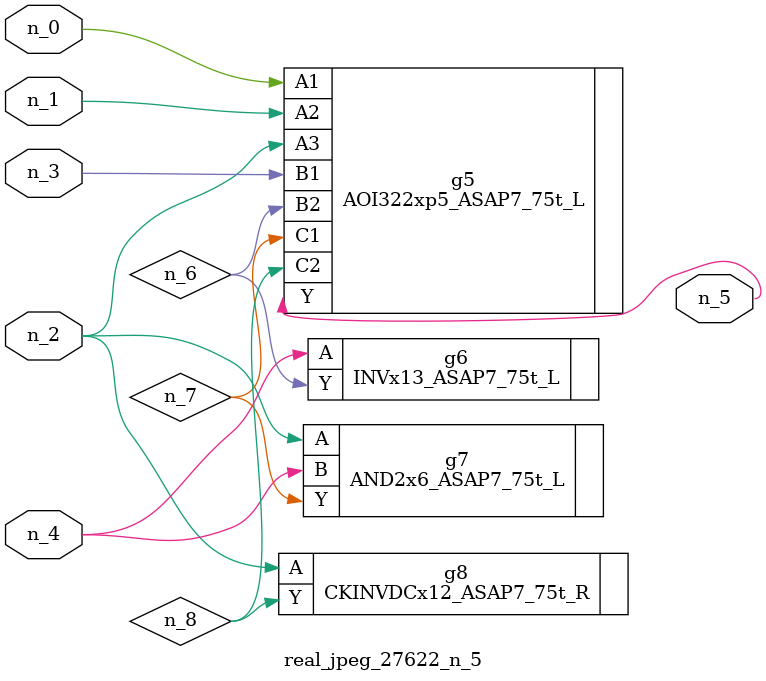
<source format=v>
module real_jpeg_27622_n_5 (n_4, n_0, n_1, n_2, n_3, n_5);

input n_4;
input n_0;
input n_1;
input n_2;
input n_3;

output n_5;

wire n_8;
wire n_6;
wire n_7;

AOI322xp5_ASAP7_75t_L g5 ( 
.A1(n_0),
.A2(n_1),
.A3(n_2),
.B1(n_3),
.B2(n_6),
.C1(n_7),
.C2(n_8),
.Y(n_5)
);

AND2x6_ASAP7_75t_L g7 ( 
.A(n_2),
.B(n_4),
.Y(n_7)
);

CKINVDCx12_ASAP7_75t_R g8 ( 
.A(n_2),
.Y(n_8)
);

INVx13_ASAP7_75t_L g6 ( 
.A(n_4),
.Y(n_6)
);


endmodule
</source>
